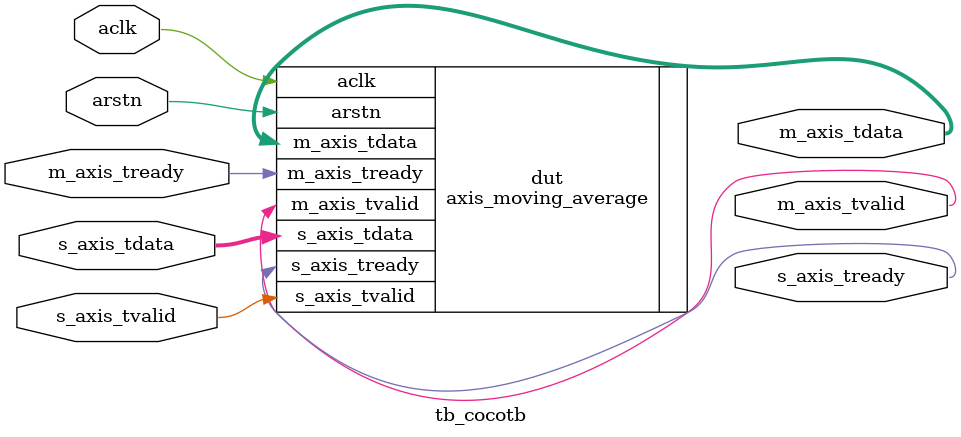
<source format=v>

 `timescale 1ns/100ps

/*
 * Module: tb_cocotb
 *
 * Test bench for axis moving average. This will run a file through the system
 * and write its output. These can then be compared to check for errors.
 * If the files are identical, no errors. A FST file will be written.
 *
 * Parameters:
 *
 *   BUS_WIDTH    - Width of the bus input/output
 *   WEIGHT       - Divisor for moving average, rounded to the highest power of two.
 *
 * Ports:
 *
 *   aclk           - Clock for AXIS
 *   arstn          - Negative reset for AXIS
 *   m_axis_tdata   - Output data
 *   m_axis_tvalid  - When active high the output data is valid
 *   m_axis_tready  - When set active high the output device is ready for data.
 *   s_axis_tdata   - Input data
 *   s_axis_tvalid  - When set active high the input data is valid
 *   s_axis_tready  - When active high the device is ready for input data.
 */
module tb_cocotb #(
    parameter BUS_WIDTH   = 1,
    parameter WEIGHT  = 1
  )
  (
    input                         aclk,
    input                         arstn,
    output [(BUS_WIDTH*8)-1:0]    m_axis_tdata,
    output                        m_axis_tvalid,
    input                         m_axis_tready,
    input  [(BUS_WIDTH*8)-1:0]    s_axis_tdata,
    input                         s_axis_tvalid,
    output                        s_axis_tready
  );

  // fst dump command
  initial begin
    $dumpfile ("tb_cocotb.fst");
    $dumpvars (0, tb_cocotb);
    #1;
  end
  
  //Group: Instantiated Modules

  /*
   * Module: dut
   *
   * Device under test, axis_moving_average
   */
  axis_moving_average #(
    .BUS_WIDTH(BUS_WIDTH),
    .WEIGHT(WEIGHT)
  ) dut (
    .aclk(aclk),
    .arstn(arstn),
    .m_axis_tdata(m_axis_tdata),
    .m_axis_tvalid(m_axis_tvalid),
    .m_axis_tready(m_axis_tready),
    .s_axis_tdata(s_axis_tdata),
    .s_axis_tvalid(s_axis_tvalid),
    .s_axis_tready(s_axis_tready)
  );
  
endmodule


</source>
